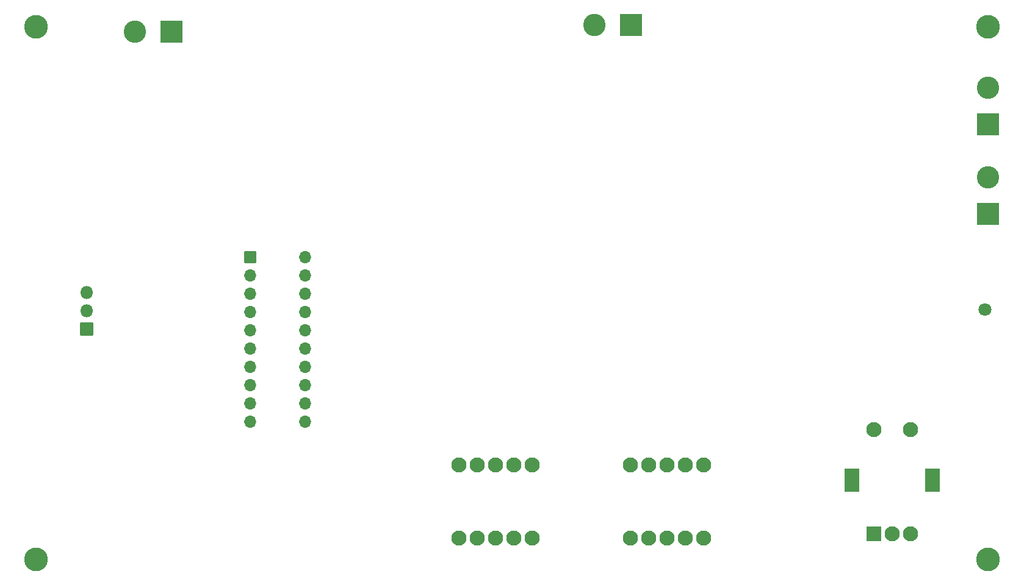
<source format=gbr>
%TF.GenerationSoftware,KiCad,Pcbnew,7.0.8*%
%TF.CreationDate,2023-12-05T22:14:16-08:00*%
%TF.ProjectId,Proofer_Project,50726f6f-6665-4725-9f50-726f6a656374,rev?*%
%TF.SameCoordinates,Original*%
%TF.FileFunction,Soldermask,Bot*%
%TF.FilePolarity,Negative*%
%FSLAX46Y46*%
G04 Gerber Fmt 4.6, Leading zero omitted, Abs format (unit mm)*
G04 Created by KiCad (PCBNEW 7.0.8) date 2023-12-05 22:14:16*
%MOMM*%
%LPD*%
G01*
G04 APERTURE LIST*
G04 Aperture macros list*
%AMRoundRect*
0 Rectangle with rounded corners*
0 $1 Rounding radius*
0 $2 $3 $4 $5 $6 $7 $8 $9 X,Y pos of 4 corners*
0 Add a 4 corners polygon primitive as box body*
4,1,4,$2,$3,$4,$5,$6,$7,$8,$9,$2,$3,0*
0 Add four circle primitives for the rounded corners*
1,1,$1+$1,$2,$3*
1,1,$1+$1,$4,$5*
1,1,$1+$1,$6,$7*
1,1,$1+$1,$8,$9*
0 Add four rect primitives between the rounded corners*
20,1,$1+$1,$2,$3,$4,$5,0*
20,1,$1+$1,$4,$5,$6,$7,0*
20,1,$1+$1,$6,$7,$8,$9,0*
20,1,$1+$1,$8,$9,$2,$3,0*%
G04 Aperture macros list end*
%ADD10RoundRect,0.050000X1.500000X1.500000X-1.500000X1.500000X-1.500000X-1.500000X1.500000X-1.500000X0*%
%ADD11C,3.100000*%
%ADD12RoundRect,0.050000X1.500000X-1.500000X1.500000X1.500000X-1.500000X1.500000X-1.500000X-1.500000X0*%
%ADD13RoundRect,0.050000X1.000000X-1.000000X1.000000X1.000000X-1.000000X1.000000X-1.000000X-1.000000X0*%
%ADD14C,2.100000*%
%ADD15RoundRect,0.050000X1.000000X-1.600000X1.000000X1.600000X-1.000000X1.600000X-1.000000X-1.600000X0*%
%ADD16O,1.800000X1.800000*%
%ADD17RoundRect,0.050000X0.850000X0.850000X-0.850000X0.850000X-0.850000X-0.850000X0.850000X-0.850000X0*%
%ADD18O,1.700000X1.700000*%
%ADD19RoundRect,0.050000X-0.800000X-0.800000X0.800000X-0.800000X0.800000X0.800000X-0.800000X0.800000X0*%
%ADD20C,3.300000*%
%ADD21C,1.800000*%
G04 APERTURE END LIST*
D10*
%TO.C,J7*%
X69790000Y-19750000D03*
D11*
X64710000Y-19750000D03*
%TD*%
D10*
%TO.C,J1*%
X133540000Y-18750000D03*
D11*
X128460000Y-18750000D03*
%TD*%
D12*
%TO.C,J2*%
X183000000Y-45040000D03*
D11*
X183000000Y-39960000D03*
%TD*%
D12*
%TO.C,J3*%
X183000000Y-32540000D03*
D11*
X183000000Y-27460000D03*
%TD*%
D13*
%TO.C,SW1*%
X167250000Y-89500000D03*
D14*
X172250000Y-89500000D03*
X169750000Y-89500000D03*
D15*
X175350000Y-82000000D03*
X164150000Y-82000000D03*
D14*
X172250000Y-75000000D03*
X167250000Y-75000000D03*
%TD*%
D16*
%TO.C,J5*%
X58000000Y-55960000D03*
X58000000Y-58500000D03*
D17*
X58000000Y-61040000D03*
%TD*%
D14*
%TO.C,U12*%
X133420000Y-90080000D03*
X135960000Y-90080000D03*
X138500000Y-90080000D03*
X141040000Y-90080000D03*
X143580000Y-90080000D03*
X143580000Y-79920000D03*
X141040000Y-79920000D03*
X138500000Y-79920000D03*
X135960000Y-79920000D03*
X133420000Y-79920000D03*
%TD*%
D18*
%TO.C,U10*%
X88320000Y-51075000D03*
X88320000Y-53615000D03*
X88320000Y-56155000D03*
X88320000Y-58695000D03*
X88320000Y-61235000D03*
X88320000Y-63775000D03*
X88320000Y-66315000D03*
X88320000Y-68855000D03*
X88320000Y-71395000D03*
X88320000Y-73935000D03*
X80700000Y-73935000D03*
X80700000Y-71395000D03*
X80700000Y-68855000D03*
X80700000Y-66315000D03*
X80700000Y-63775000D03*
X80700000Y-61235000D03*
X80700000Y-58695000D03*
X80700000Y-56155000D03*
X80700000Y-53615000D03*
D19*
X80700000Y-51075000D03*
%TD*%
D20*
%TO.C,H3*%
X51000000Y-93000000D03*
%TD*%
D14*
%TO.C,U6*%
X109670000Y-90080000D03*
X112210000Y-90080000D03*
X114750000Y-90080000D03*
X117290000Y-90080000D03*
X119830000Y-90080000D03*
X119830000Y-79920000D03*
X117290000Y-79920000D03*
X114750000Y-79920000D03*
X112210000Y-79920000D03*
X109670000Y-79920000D03*
%TD*%
D20*
%TO.C,H4*%
X183000000Y-93000000D03*
%TD*%
%TO.C,H1*%
X51000000Y-19000000D03*
%TD*%
D21*
%TO.C,J6*%
X182630200Y-58308100D03*
%TD*%
D20*
%TO.C,H2*%
X183000000Y-19000000D03*
%TD*%
M02*

</source>
